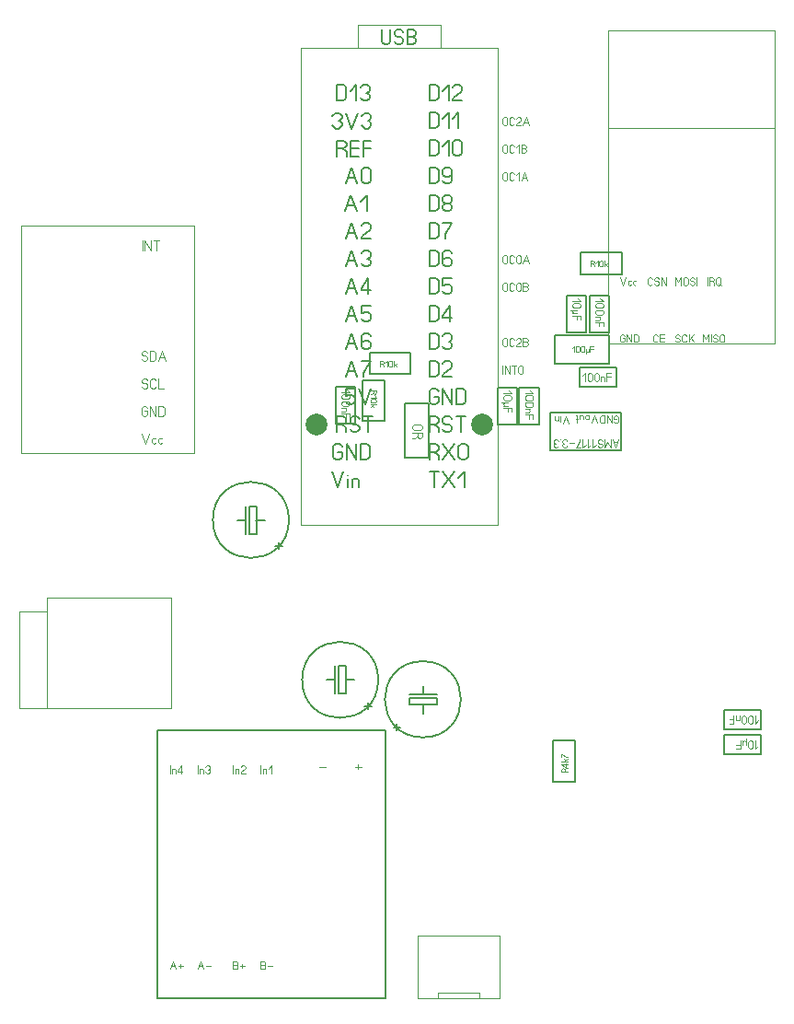
<source format=gbr>
%FSLAX34Y34*%
%MOMM*%
%LNCOPPER_BOTTOM*%
G71*
G01*
%ADD10C, 0.10*%
%ADD11C, 0.17*%
%ADD12C, 2.00*%
%ADD13C, 0.18*%
%ADD14C, 0.15*%
%ADD15C, 0.09*%
%ADD16C, 0.07*%
%ADD17C, 0.20*%
%ADD18C, 0.11*%
%LPD*%
G54D10*
X445488Y535816D02*
X445488Y973966D01*
G54D10*
X445488Y973966D02*
X264512Y973966D01*
G54D10*
X264512Y973966D02*
X264512Y535816D01*
G54D10*
X264512Y535816D02*
X445488Y535816D01*
G54D10*
X393100Y995000D02*
X316900Y995000D01*
G54D10*
X316900Y995000D02*
X316900Y973966D01*
G54D10*
X393100Y995000D02*
X393100Y973966D01*
G54D11*
X338684Y991108D02*
X338684Y980275D01*
X339684Y978608D01*
X341684Y977775D01*
X343684Y977775D01*
X345684Y978608D01*
X346684Y980275D01*
X346684Y991108D01*
G54D11*
X350351Y980275D02*
X351351Y978608D01*
X353351Y977775D01*
X355351Y977775D01*
X357351Y978608D01*
X358351Y980275D01*
X358351Y981942D01*
X357351Y983608D01*
X355351Y984442D01*
X353351Y984442D01*
X351351Y985275D01*
X350351Y986942D01*
X350351Y988608D01*
X351351Y990275D01*
X353351Y991108D01*
X355351Y991108D01*
X357351Y990275D01*
X358351Y988608D01*
G54D11*
X362018Y977775D02*
X362018Y991108D01*
X367018Y991108D01*
X369018Y990275D01*
X370018Y988608D01*
X370018Y986942D01*
X369018Y985275D01*
X367018Y984442D01*
X369018Y983608D01*
X370018Y981942D01*
X370018Y980275D01*
X369018Y978608D01*
X367018Y977775D01*
X362018Y977775D01*
G54D11*
X362018Y984442D02*
X367018Y984442D01*
X431200Y627891D02*
G54D12*
D03*
X278800Y627891D02*
G54D12*
D03*
G54D13*
X297500Y925737D02*
X297500Y939960D01*
X302834Y939960D01*
X304967Y939071D01*
X306034Y937293D01*
X306034Y928404D01*
X304967Y926626D01*
X302834Y925737D01*
X297500Y925737D01*
G54D13*
X309944Y934626D02*
X315278Y939960D01*
X315278Y925737D01*
G54D13*
X319188Y937293D02*
X320255Y939071D01*
X322388Y939960D01*
X324522Y939960D01*
X326655Y939071D01*
X327722Y937293D01*
X327722Y935515D01*
X326655Y933737D01*
X324522Y932848D01*
X326655Y931960D01*
X327722Y930182D01*
X327722Y928404D01*
X326655Y926626D01*
X324522Y925737D01*
X322388Y925737D01*
X320255Y926626D01*
X319188Y928404D01*
G54D13*
X293418Y911496D02*
X294485Y913274D01*
X296618Y914163D01*
X298752Y914163D01*
X300885Y913274D01*
X301952Y911496D01*
X301952Y909718D01*
X300885Y907940D01*
X298752Y907052D01*
X300885Y906163D01*
X301952Y904385D01*
X301952Y902607D01*
X300885Y900829D01*
X298752Y899940D01*
X296618Y899940D01*
X294485Y900829D01*
X293418Y902607D01*
G54D13*
X305862Y914163D02*
X311196Y899940D01*
X316529Y914163D01*
G54D13*
X320440Y911496D02*
X321507Y913274D01*
X323640Y914163D01*
X325774Y914163D01*
X327907Y913274D01*
X328974Y911496D01*
X328974Y909718D01*
X327907Y907940D01*
X325774Y907052D01*
X327907Y906163D01*
X328974Y904385D01*
X328974Y902607D01*
X327907Y900829D01*
X325774Y899940D01*
X323640Y899940D01*
X321507Y900829D01*
X320440Y902607D01*
G54D13*
X301885Y881652D02*
X305085Y879874D01*
X306152Y878096D01*
X306152Y874540D01*
G54D13*
X297618Y874540D02*
X297618Y888763D01*
X302952Y888763D01*
X305085Y887874D01*
X306152Y886096D01*
X306152Y884318D01*
X305085Y882540D01*
X302952Y881652D01*
X297618Y881652D01*
G54D13*
X317529Y874540D02*
X310062Y874540D01*
X310062Y888763D01*
X317529Y888763D01*
G54D13*
X310062Y881652D02*
X317529Y881652D01*
G54D13*
X321440Y874540D02*
X321440Y888763D01*
X328907Y888763D01*
G54D13*
X321440Y881652D02*
X328907Y881652D01*
G54D13*
X305349Y849537D02*
X310682Y863760D01*
X316015Y849537D01*
G54D13*
X307482Y854871D02*
X313882Y854871D01*
G54D13*
X328460Y861093D02*
X328460Y852204D01*
X327393Y850426D01*
X325260Y849537D01*
X323127Y849537D01*
X320993Y850426D01*
X319927Y852204D01*
X319927Y861093D01*
X320993Y862871D01*
X323127Y863760D01*
X325260Y863760D01*
X327393Y862871D01*
X328460Y861093D01*
G54D13*
X304949Y824137D02*
X310282Y838360D01*
X315615Y824137D01*
G54D13*
X307082Y829471D02*
X313482Y829471D01*
G54D13*
X319527Y833026D02*
X324860Y838360D01*
X324860Y824137D01*
G54D13*
X305349Y798737D02*
X310682Y812960D01*
X316015Y798737D01*
G54D13*
X307482Y804071D02*
X313882Y804071D01*
G54D13*
X328460Y798737D02*
X319927Y798737D01*
X319927Y799626D01*
X320993Y801404D01*
X327393Y806737D01*
X328460Y808515D01*
X328460Y810293D01*
X327393Y812071D01*
X325260Y812960D01*
X323127Y812960D01*
X320993Y812071D01*
X319927Y810293D01*
G54D13*
X305349Y773337D02*
X310682Y787560D01*
X316015Y773337D01*
G54D13*
X307482Y778671D02*
X313882Y778671D01*
G54D13*
X319927Y784893D02*
X320993Y786671D01*
X323127Y787560D01*
X325260Y787560D01*
X327393Y786671D01*
X328460Y784893D01*
X328460Y783115D01*
X327393Y781337D01*
X325260Y780448D01*
X327393Y779560D01*
X328460Y777782D01*
X328460Y776004D01*
X327393Y774226D01*
X325260Y773337D01*
X323127Y773337D01*
X320993Y774226D01*
X319927Y776004D01*
G54D13*
X305334Y747938D02*
X310667Y762160D01*
X316000Y747938D01*
G54D13*
X307467Y753271D02*
X313867Y753271D01*
G54D13*
X326312Y747938D02*
X326312Y762160D01*
X319912Y753271D01*
X319912Y751493D01*
X328445Y751493D01*
G54D13*
X305349Y722537D02*
X310682Y736760D01*
X316015Y722537D01*
G54D13*
X307482Y727871D02*
X313882Y727871D01*
G54D13*
X328460Y736760D02*
X319927Y736760D01*
X319927Y730537D01*
X320993Y730537D01*
X323127Y731426D01*
X325260Y731426D01*
X327393Y730537D01*
X328460Y728760D01*
X328460Y725204D01*
X327393Y723426D01*
X325260Y722537D01*
X323127Y722537D01*
X320993Y723426D01*
X319927Y725204D01*
G54D13*
X305349Y697137D02*
X310682Y711360D01*
X316015Y697137D01*
G54D13*
X307482Y702471D02*
X313882Y702471D01*
G54D13*
X328460Y708693D02*
X327393Y710471D01*
X325260Y711360D01*
X323127Y711360D01*
X320993Y710471D01*
X319927Y708693D01*
X319927Y704248D01*
X319927Y703360D01*
X323127Y705137D01*
X325260Y705137D01*
X327393Y704248D01*
X328460Y702471D01*
X328460Y699804D01*
X327393Y698026D01*
X325260Y697137D01*
X323127Y697137D01*
X320993Y698026D01*
X319927Y699804D01*
X319927Y704248D01*
G54D13*
X305335Y671739D02*
X310668Y685961D01*
X316001Y671739D01*
G54D13*
X307468Y677072D02*
X313868Y677072D01*
G54D13*
X319913Y685961D02*
X328446Y685961D01*
X327379Y684183D01*
X325246Y681517D01*
X323113Y677961D01*
X322046Y675294D01*
X322046Y671739D01*
G54D13*
X313869Y660560D02*
X305336Y660560D01*
X305336Y654337D01*
X306402Y654337D01*
X308536Y655226D01*
X310669Y655226D01*
X312802Y654337D01*
X313869Y652560D01*
X313869Y649004D01*
X312802Y647226D01*
X310669Y646337D01*
X308536Y646337D01*
X306402Y647226D01*
X305336Y649004D01*
G54D13*
X317780Y660560D02*
X323113Y646337D01*
X328446Y660560D01*
G54D13*
X301358Y628048D02*
X304558Y626271D01*
X305625Y624493D01*
X305625Y620937D01*
G54D13*
X297092Y620937D02*
X297092Y635160D01*
X302425Y635160D01*
X304558Y634271D01*
X305625Y632493D01*
X305625Y630715D01*
X304558Y628937D01*
X302425Y628048D01*
X297092Y628048D01*
G54D13*
X309536Y623604D02*
X310602Y621826D01*
X312736Y620937D01*
X314869Y620937D01*
X317002Y621826D01*
X318069Y623604D01*
X318069Y625382D01*
X317002Y627160D01*
X314869Y628048D01*
X312736Y628048D01*
X310602Y628937D01*
X309536Y630715D01*
X309536Y632493D01*
X310602Y634271D01*
X312736Y635160D01*
X314869Y635160D01*
X317002Y634271D01*
X318069Y632493D01*
G54D13*
X326246Y620937D02*
X326246Y635160D01*
G54D13*
X321980Y635160D02*
X330513Y635160D01*
G54D13*
X298198Y602648D02*
X302465Y602648D01*
X302465Y598204D01*
X301398Y596426D01*
X299265Y595537D01*
X297132Y595537D01*
X294998Y596426D01*
X293932Y598204D01*
X293932Y607093D01*
X294998Y608871D01*
X297132Y609760D01*
X299265Y609760D01*
X301398Y608871D01*
X302465Y607093D01*
G54D13*
X306376Y595537D02*
X306376Y609760D01*
X314909Y595537D01*
X314909Y609760D01*
G54D13*
X318820Y595537D02*
X318820Y609760D01*
X324153Y609760D01*
X326286Y608871D01*
X327353Y607093D01*
X327353Y598204D01*
X326286Y596426D01*
X324153Y595537D01*
X318820Y595537D01*
G54D13*
X292871Y584360D02*
X298205Y570137D01*
X303538Y584360D01*
G54D13*
X307449Y570137D02*
X307449Y578137D01*
G54D13*
X307449Y580804D02*
X307449Y580804D01*
G54D13*
X311360Y570137D02*
X311360Y578137D01*
G54D13*
X311360Y576360D02*
X312427Y577604D01*
X314560Y578137D01*
X316694Y577604D01*
X317760Y576360D01*
X317760Y570137D01*
G54D13*
X382340Y925737D02*
X382340Y939960D01*
X387674Y939960D01*
X389807Y939071D01*
X390874Y937293D01*
X390874Y928404D01*
X389807Y926626D01*
X387674Y925737D01*
X382340Y925737D01*
G54D13*
X394784Y934626D02*
X400118Y939960D01*
X400118Y925737D01*
G54D13*
X412562Y925737D02*
X404028Y925737D01*
X404028Y926626D01*
X405095Y928404D01*
X411495Y933737D01*
X412562Y935515D01*
X412562Y937293D01*
X411495Y939071D01*
X409362Y939960D01*
X407228Y939960D01*
X405095Y939071D01*
X404028Y937293D01*
G54D13*
X382340Y900337D02*
X382340Y914560D01*
X387674Y914560D01*
X389807Y913671D01*
X390874Y911893D01*
X390874Y903004D01*
X389807Y901226D01*
X387674Y900337D01*
X382340Y900337D01*
G54D13*
X394784Y909226D02*
X400118Y914560D01*
X400118Y900337D01*
G54D13*
X404028Y909226D02*
X409362Y914560D01*
X409362Y900337D01*
G54D13*
X382340Y874937D02*
X382340Y889160D01*
X387674Y889160D01*
X389807Y888271D01*
X390874Y886493D01*
X390874Y877604D01*
X389807Y875826D01*
X387674Y874937D01*
X382340Y874937D01*
G54D13*
X394784Y883826D02*
X400118Y889160D01*
X400118Y874937D01*
G54D13*
X412562Y886493D02*
X412562Y877604D01*
X411495Y875826D01*
X409362Y874937D01*
X407228Y874937D01*
X405095Y875826D01*
X404028Y877604D01*
X404028Y886493D01*
X405095Y888271D01*
X407228Y889160D01*
X409362Y889160D01*
X411495Y888271D01*
X412562Y886493D01*
G54D13*
X382340Y849537D02*
X382340Y863760D01*
X387674Y863760D01*
X389807Y862871D01*
X390874Y861093D01*
X390874Y852204D01*
X389807Y850426D01*
X387674Y849537D01*
X382340Y849537D01*
G54D13*
X394784Y852204D02*
X395851Y850426D01*
X397984Y849537D01*
X400118Y849537D01*
X402251Y850426D01*
X403318Y852204D01*
X403318Y856648D01*
X403318Y857537D01*
X400118Y855760D01*
X397984Y855760D01*
X395851Y856648D01*
X394784Y858426D01*
X394784Y861093D01*
X395851Y862871D01*
X397984Y863760D01*
X400118Y863760D01*
X402251Y862871D01*
X403318Y861093D01*
X403318Y856648D01*
G54D13*
X382340Y824137D02*
X382340Y838360D01*
X387674Y838360D01*
X389807Y837471D01*
X390874Y835693D01*
X390874Y826804D01*
X389807Y825026D01*
X387674Y824137D01*
X382340Y824137D01*
G54D13*
X400118Y831248D02*
X397984Y831248D01*
X395851Y832137D01*
X394784Y833915D01*
X394784Y835693D01*
X395851Y837471D01*
X397984Y838360D01*
X400118Y838360D01*
X402251Y837471D01*
X403318Y835693D01*
X403318Y833915D01*
X402251Y832137D01*
X400118Y831248D01*
X402251Y830360D01*
X403318Y828582D01*
X403318Y826804D01*
X402251Y825026D01*
X400118Y824137D01*
X397984Y824137D01*
X395851Y825026D01*
X394784Y826804D01*
X394784Y828582D01*
X395851Y830360D01*
X397984Y831248D01*
G54D13*
X382340Y798737D02*
X382340Y812960D01*
X387674Y812960D01*
X389807Y812071D01*
X390874Y810293D01*
X390874Y801404D01*
X389807Y799626D01*
X387674Y798737D01*
X382340Y798737D01*
G54D13*
X394784Y812960D02*
X403318Y812960D01*
X402251Y811182D01*
X400118Y808515D01*
X397984Y804960D01*
X396918Y802293D01*
X396918Y798737D01*
G54D13*
X382340Y773337D02*
X382340Y787560D01*
X387674Y787560D01*
X389807Y786671D01*
X390874Y784893D01*
X390874Y776004D01*
X389807Y774226D01*
X387674Y773337D01*
X382340Y773337D01*
G54D13*
X403318Y784893D02*
X402251Y786671D01*
X400118Y787560D01*
X397984Y787560D01*
X395851Y786671D01*
X394784Y784893D01*
X394784Y780448D01*
X394784Y779560D01*
X397984Y781337D01*
X400118Y781337D01*
X402251Y780448D01*
X403318Y778671D01*
X403318Y776004D01*
X402251Y774226D01*
X400118Y773337D01*
X397984Y773337D01*
X395851Y774226D01*
X394784Y776004D01*
X394784Y780448D01*
G54D13*
X382340Y747937D02*
X382340Y762160D01*
X387674Y762160D01*
X389807Y761271D01*
X390874Y759493D01*
X390874Y750604D01*
X389807Y748826D01*
X387674Y747937D01*
X382340Y747937D01*
G54D13*
X403318Y762160D02*
X394784Y762160D01*
X394784Y755937D01*
X395851Y755937D01*
X397984Y756826D01*
X400118Y756826D01*
X402251Y755937D01*
X403318Y754160D01*
X403318Y750604D01*
X402251Y748826D01*
X400118Y747937D01*
X397984Y747937D01*
X395851Y748826D01*
X394784Y750604D01*
G54D13*
X382340Y722537D02*
X382340Y736760D01*
X387674Y736760D01*
X389807Y735871D01*
X390874Y734093D01*
X390874Y725204D01*
X389807Y723426D01*
X387674Y722537D01*
X382340Y722537D01*
G54D13*
X401184Y722537D02*
X401184Y736760D01*
X394784Y727871D01*
X394784Y726093D01*
X403318Y726093D01*
G54D13*
X382340Y697137D02*
X382340Y711360D01*
X387674Y711360D01*
X389807Y710471D01*
X390874Y708693D01*
X390874Y699804D01*
X389807Y698026D01*
X387674Y697137D01*
X382340Y697137D01*
G54D13*
X394784Y708693D02*
X395851Y710471D01*
X397984Y711360D01*
X400118Y711360D01*
X402251Y710471D01*
X403318Y708693D01*
X403318Y706915D01*
X402251Y705137D01*
X400118Y704248D01*
X402251Y703360D01*
X403318Y701582D01*
X403318Y699804D01*
X402251Y698026D01*
X400118Y697137D01*
X397984Y697137D01*
X395851Y698026D01*
X394784Y699804D01*
G54D13*
X382340Y671737D02*
X382340Y685960D01*
X387674Y685960D01*
X389807Y685071D01*
X390874Y683293D01*
X390874Y674404D01*
X389807Y672626D01*
X387674Y671737D01*
X382340Y671737D01*
G54D13*
X403318Y671737D02*
X394784Y671737D01*
X394784Y672626D01*
X395851Y674404D01*
X402251Y679737D01*
X403318Y681515D01*
X403318Y683293D01*
X402251Y685071D01*
X400118Y685960D01*
X397984Y685960D01*
X395851Y685071D01*
X394784Y683293D01*
G54D13*
X386607Y653448D02*
X390874Y653448D01*
X390874Y649004D01*
X389807Y647226D01*
X387674Y646337D01*
X385540Y646337D01*
X383407Y647226D01*
X382340Y649004D01*
X382340Y657893D01*
X383407Y659671D01*
X385540Y660560D01*
X387674Y660560D01*
X389807Y659671D01*
X390874Y657893D01*
G54D13*
X394784Y646337D02*
X394784Y660560D01*
X403318Y646337D01*
X403318Y660560D01*
G54D13*
X407228Y646337D02*
X407228Y660560D01*
X412562Y660560D01*
X414695Y659671D01*
X415762Y657893D01*
X415762Y649004D01*
X414695Y647226D01*
X412562Y646337D01*
X407228Y646337D01*
G54D13*
X386607Y628048D02*
X389807Y626271D01*
X390874Y624493D01*
X390874Y620937D01*
G54D13*
X382340Y620937D02*
X382340Y635160D01*
X387674Y635160D01*
X389807Y634271D01*
X390874Y632493D01*
X390874Y630715D01*
X389807Y628937D01*
X387674Y628048D01*
X382340Y628048D01*
G54D13*
X394784Y623604D02*
X395851Y621826D01*
X397984Y620937D01*
X400118Y620937D01*
X402251Y621826D01*
X403318Y623604D01*
X403318Y625382D01*
X402251Y627160D01*
X400118Y628048D01*
X397984Y628048D01*
X395851Y628937D01*
X394784Y630715D01*
X394784Y632493D01*
X395851Y634271D01*
X397984Y635160D01*
X400118Y635160D01*
X402251Y634271D01*
X403318Y632493D01*
G54D13*
X411495Y620937D02*
X411495Y635160D01*
G54D13*
X407228Y635160D02*
X415762Y635160D01*
G54D13*
X386607Y602648D02*
X389807Y600871D01*
X390874Y599093D01*
X390874Y595537D01*
G54D13*
X382340Y595537D02*
X382340Y609760D01*
X387674Y609760D01*
X389807Y608871D01*
X390874Y607093D01*
X390874Y605315D01*
X389807Y603537D01*
X387674Y602648D01*
X382340Y602648D01*
G54D13*
X394784Y609760D02*
X405451Y595537D01*
G54D13*
X394784Y595537D02*
X405451Y609760D01*
G54D13*
X417896Y607093D02*
X417896Y598204D01*
X416829Y596426D01*
X414696Y595537D01*
X412562Y595537D01*
X410429Y596426D01*
X409362Y598204D01*
X409362Y607093D01*
X410429Y608871D01*
X412562Y609760D01*
X414696Y609760D01*
X416829Y608871D01*
X417896Y607093D01*
G54D13*
X386607Y570137D02*
X386607Y584360D01*
G54D13*
X382340Y584360D02*
X390874Y584360D01*
G54D13*
X394784Y584360D02*
X405451Y570137D01*
G54D13*
X394784Y570137D02*
X405451Y584360D01*
G54D13*
X409362Y579026D02*
X414696Y584360D01*
X414696Y570137D01*
G54D14*
X465200Y661791D02*
X483200Y661791D01*
X483200Y627791D01*
X465200Y627791D01*
X465200Y661791D01*
G54D15*
X475219Y659066D02*
X477886Y656399D01*
X470775Y656399D01*
G54D15*
X476553Y650176D02*
X472108Y650176D01*
X471219Y650709D01*
X470775Y651776D01*
X470775Y652843D01*
X471219Y653909D01*
X472108Y654443D01*
X476553Y654443D01*
X477442Y653909D01*
X477886Y652843D01*
X477886Y651776D01*
X477442Y650709D01*
X476553Y650176D01*
G54D15*
X476553Y643953D02*
X472108Y643953D01*
X471219Y644486D01*
X470775Y645553D01*
X470775Y646620D01*
X471219Y647686D01*
X472108Y648220D01*
X476553Y648220D01*
X477442Y647686D01*
X477886Y646620D01*
X477886Y645553D01*
X477442Y644486D01*
X476553Y643953D01*
G54D15*
X470775Y641997D02*
X474775Y641997D01*
G54D15*
X473886Y641997D02*
X474508Y641463D01*
X474775Y640397D01*
X474508Y639330D01*
X473886Y638797D01*
X470775Y638797D01*
G54D15*
X470775Y636841D02*
X477886Y636841D01*
X477886Y633107D01*
G54D15*
X474331Y636841D02*
X474331Y633107D01*
G54D14*
X508700Y746700D02*
X526700Y746700D01*
X526700Y712700D01*
X508700Y712700D01*
X508700Y746700D01*
G54D15*
X518719Y743975D02*
X521386Y741308D01*
X514275Y741308D01*
G54D15*
X520053Y735085D02*
X515608Y735085D01*
X514719Y735619D01*
X514275Y736685D01*
X514275Y737752D01*
X514719Y738819D01*
X515608Y739352D01*
X520053Y739352D01*
X520942Y738819D01*
X521386Y737752D01*
X521386Y736685D01*
X520942Y735619D01*
X520053Y735085D01*
G54D15*
X518275Y733129D02*
X512497Y733129D01*
G54D15*
X518275Y729929D02*
X514275Y729929D01*
G54D15*
X515164Y729929D02*
X514453Y730462D01*
X514275Y731529D01*
X514453Y732596D01*
X515164Y733129D01*
X518275Y733129D01*
G54D15*
X514275Y727973D02*
X521386Y727973D01*
X521386Y724240D01*
G54D15*
X517831Y727973D02*
X517831Y724240D01*
G54D10*
X371900Y157500D02*
X446900Y157500D01*
X446900Y100000D01*
G54D10*
X446900Y100000D02*
X371900Y100000D01*
X371900Y157500D01*
G54D10*
X409400Y100000D02*
X390650Y100000D01*
X390650Y105000D01*
X428150Y105000D01*
X428150Y100000D01*
G54D10*
X547000Y990000D02*
X700000Y990000D01*
X700000Y702000D01*
X547000Y702000D01*
X547000Y990000D01*
G54D10*
X547000Y900000D02*
X700000Y900000D01*
G54D15*
X560133Y707168D02*
X562267Y707168D01*
X562267Y704946D01*
X561733Y704057D01*
X560667Y703612D01*
X559600Y703612D01*
X558533Y704057D01*
X558000Y704946D01*
X558000Y709390D01*
X558533Y710279D01*
X559600Y710724D01*
X560667Y710724D01*
X561733Y710279D01*
X562267Y709390D01*
G54D15*
X564223Y703612D02*
X564223Y710724D01*
X568490Y703612D01*
X568490Y710724D01*
G54D15*
X570446Y703612D02*
X570446Y710724D01*
X573113Y710724D01*
X574179Y710279D01*
X574713Y709390D01*
X574713Y704946D01*
X574179Y704057D01*
X573113Y703612D01*
X570446Y703612D01*
G54D15*
X587667Y757333D02*
X587133Y756444D01*
X586067Y756000D01*
X585000Y756000D01*
X583933Y756444D01*
X583400Y757333D01*
X583400Y761778D01*
X583933Y762667D01*
X585000Y763111D01*
X586067Y763111D01*
X587133Y762667D01*
X587667Y761778D01*
G54D15*
X589623Y757333D02*
X590156Y756444D01*
X591223Y756000D01*
X592290Y756000D01*
X593356Y756444D01*
X593890Y757333D01*
X593890Y758222D01*
X593356Y759111D01*
X592290Y759556D01*
X591223Y759556D01*
X590156Y760000D01*
X589623Y760889D01*
X589623Y761778D01*
X590156Y762667D01*
X591223Y763111D01*
X592290Y763111D01*
X593356Y762667D01*
X593890Y761778D01*
G54D15*
X595846Y756000D02*
X595846Y763111D01*
X600113Y756000D01*
X600113Y763111D01*
G54D15*
X592667Y704946D02*
X592133Y704057D01*
X591067Y703612D01*
X590000Y703612D01*
X588933Y704057D01*
X588400Y704946D01*
X588400Y709390D01*
X588933Y710279D01*
X590000Y710724D01*
X591067Y710724D01*
X592133Y710279D01*
X592667Y709390D01*
G54D15*
X598356Y703612D02*
X594623Y703612D01*
X594623Y710724D01*
X598356Y710724D01*
G54D15*
X594623Y707168D02*
X598356Y707168D01*
G54D15*
X608800Y704946D02*
X609333Y704057D01*
X610400Y703612D01*
X611467Y703612D01*
X612533Y704057D01*
X613067Y704946D01*
X613067Y705835D01*
X612533Y706724D01*
X611467Y707168D01*
X610400Y707168D01*
X609333Y707612D01*
X608800Y708501D01*
X608800Y709390D01*
X609333Y710279D01*
X610400Y710724D01*
X611467Y710724D01*
X612533Y710279D01*
X613067Y709390D01*
G54D15*
X619290Y704946D02*
X618756Y704057D01*
X617690Y703612D01*
X616623Y703612D01*
X615556Y704057D01*
X615023Y704946D01*
X615023Y709390D01*
X615556Y710279D01*
X616623Y710724D01*
X617690Y710724D01*
X618756Y710279D01*
X619290Y709390D01*
G54D15*
X621246Y703612D02*
X621246Y710724D01*
G54D15*
X621246Y705835D02*
X625513Y710724D01*
G54D15*
X622846Y707168D02*
X625513Y703612D01*
G54D15*
X634200Y703612D02*
X634200Y710724D01*
X636867Y706279D01*
X639533Y710724D01*
X639533Y703612D01*
G54D15*
X641489Y703612D02*
X641489Y710724D01*
G54D15*
X643445Y704946D02*
X643978Y704057D01*
X645045Y703612D01*
X646112Y703612D01*
X647178Y704057D01*
X647712Y704946D01*
X647712Y705835D01*
X647178Y706724D01*
X646112Y707168D01*
X645045Y707168D01*
X643978Y707612D01*
X643445Y708501D01*
X643445Y709390D01*
X643978Y710279D01*
X645045Y710724D01*
X646112Y710724D01*
X647178Y710279D01*
X647712Y709390D01*
G54D15*
X653935Y709390D02*
X653935Y704946D01*
X653401Y704057D01*
X652335Y703612D01*
X651268Y703612D01*
X650201Y704057D01*
X649668Y704946D01*
X649668Y709390D01*
X650201Y710279D01*
X651268Y710724D01*
X652335Y710724D01*
X653401Y710279D01*
X653935Y709390D01*
G54D15*
X558000Y763111D02*
X560667Y756000D01*
X563333Y763111D01*
G54D15*
X567956Y759733D02*
X566889Y760000D01*
X565822Y759733D01*
X565289Y758844D01*
X565289Y757067D01*
X565822Y756178D01*
X566889Y756000D01*
X567956Y756178D01*
G54D15*
X572579Y759733D02*
X571512Y760000D01*
X570445Y759733D01*
X569912Y758844D01*
X569912Y757067D01*
X570445Y756178D01*
X571512Y756000D01*
X572579Y756178D01*
G54D15*
X608800Y756000D02*
X608800Y763111D01*
X611467Y758667D01*
X614133Y763111D01*
X614133Y756000D01*
G54D15*
X620356Y761778D02*
X620356Y757333D01*
X619822Y756444D01*
X618756Y756000D01*
X617689Y756000D01*
X616622Y756444D01*
X616089Y757333D01*
X616089Y761778D01*
X616622Y762667D01*
X617689Y763111D01*
X618756Y763111D01*
X619822Y762667D01*
X620356Y761778D01*
G54D15*
X622312Y757333D02*
X622845Y756444D01*
X623912Y756000D01*
X624979Y756000D01*
X626045Y756444D01*
X626579Y757333D01*
X626579Y758222D01*
X626045Y759111D01*
X624979Y759556D01*
X623912Y759556D01*
X622845Y760000D01*
X622312Y760889D01*
X622312Y761778D01*
X622845Y762667D01*
X623912Y763111D01*
X624979Y763111D01*
X626045Y762667D01*
X626579Y761778D01*
G54D15*
X628535Y756000D02*
X628535Y763111D01*
G54D15*
X638200Y756000D02*
X638200Y763111D01*
G54D15*
X642289Y759556D02*
X643889Y758667D01*
X644423Y757778D01*
X644423Y756000D01*
G54D15*
X640156Y756000D02*
X640156Y763111D01*
X642823Y763111D01*
X643889Y762667D01*
X644423Y761778D01*
X644423Y760889D01*
X643889Y760000D01*
X642823Y759556D01*
X640156Y759556D01*
G54D15*
X648512Y757333D02*
X651179Y756000D01*
G54D15*
X650646Y761778D02*
X650646Y757333D01*
X650112Y756444D01*
X649046Y756000D01*
X647979Y756000D01*
X646912Y756444D01*
X646379Y757333D01*
X646379Y761778D01*
X646912Y762667D01*
X647979Y763111D01*
X649046Y763111D01*
X650112Y762667D01*
X650646Y761778D01*
G54D15*
X454267Y705778D02*
X454267Y701333D01*
X453733Y700444D01*
X452667Y700000D01*
X451600Y700000D01*
X450533Y700444D01*
X450000Y701333D01*
X450000Y705778D01*
X450533Y706667D01*
X451600Y707111D01*
X452667Y707111D01*
X453733Y706667D01*
X454267Y705778D01*
G54D15*
X460490Y701333D02*
X459956Y700444D01*
X458890Y700000D01*
X457823Y700000D01*
X456756Y700444D01*
X456223Y701333D01*
X456223Y705778D01*
X456756Y706667D01*
X457823Y707111D01*
X458890Y707111D01*
X459956Y706667D01*
X460490Y705778D01*
G54D15*
X466713Y700000D02*
X462446Y700000D01*
X462446Y700444D01*
X462979Y701333D01*
X466179Y704000D01*
X466713Y704889D01*
X466713Y705778D01*
X466179Y706667D01*
X465113Y707111D01*
X464046Y707111D01*
X462979Y706667D01*
X462446Y705778D01*
G54D15*
X468669Y700000D02*
X468669Y707111D01*
X471336Y707111D01*
X472402Y706667D01*
X472936Y705778D01*
X472936Y704889D01*
X472402Y704000D01*
X471336Y703556D01*
X472402Y703111D01*
X472936Y702222D01*
X472936Y701333D01*
X472402Y700444D01*
X471336Y700000D01*
X468669Y700000D01*
G54D15*
X468669Y703556D02*
X471336Y703556D01*
G54D15*
X454267Y756578D02*
X454267Y752133D01*
X453733Y751244D01*
X452667Y750800D01*
X451600Y750800D01*
X450533Y751244D01*
X450000Y752133D01*
X450000Y756578D01*
X450533Y757467D01*
X451600Y757911D01*
X452667Y757911D01*
X453733Y757467D01*
X454267Y756578D01*
G54D15*
X460490Y752133D02*
X459956Y751244D01*
X458890Y750800D01*
X457823Y750800D01*
X456756Y751244D01*
X456223Y752133D01*
X456223Y756578D01*
X456756Y757467D01*
X457823Y757911D01*
X458890Y757911D01*
X459956Y757467D01*
X460490Y756578D01*
G54D15*
X466713Y756578D02*
X466713Y752133D01*
X466179Y751244D01*
X465113Y750800D01*
X464046Y750800D01*
X462979Y751244D01*
X462446Y752133D01*
X462446Y756578D01*
X462979Y757467D01*
X464046Y757911D01*
X465113Y757911D01*
X466179Y757467D01*
X466713Y756578D01*
G54D15*
X468669Y750800D02*
X468669Y757911D01*
X471336Y757911D01*
X472402Y757467D01*
X472936Y756578D01*
X472936Y755689D01*
X472402Y754800D01*
X471336Y754356D01*
X472402Y753911D01*
X472936Y753022D01*
X472936Y752133D01*
X472402Y751244D01*
X471336Y750800D01*
X468669Y750800D01*
G54D15*
X468669Y754356D02*
X471336Y754356D01*
G54D15*
X454267Y781978D02*
X454267Y777533D01*
X453733Y776644D01*
X452667Y776200D01*
X451600Y776200D01*
X450533Y776644D01*
X450000Y777533D01*
X450000Y781978D01*
X450533Y782867D01*
X451600Y783311D01*
X452667Y783311D01*
X453733Y782867D01*
X454267Y781978D01*
G54D15*
X460490Y777533D02*
X459956Y776644D01*
X458890Y776200D01*
X457823Y776200D01*
X456756Y776644D01*
X456223Y777533D01*
X456223Y781978D01*
X456756Y782867D01*
X457823Y783311D01*
X458890Y783311D01*
X459956Y782867D01*
X460490Y781978D01*
G54D15*
X466713Y781978D02*
X466713Y777533D01*
X466179Y776644D01*
X465113Y776200D01*
X464046Y776200D01*
X462979Y776644D01*
X462446Y777533D01*
X462446Y781978D01*
X462979Y782867D01*
X464046Y783311D01*
X465113Y783311D01*
X466179Y782867D01*
X466713Y781978D01*
G54D15*
X468669Y776200D02*
X471336Y783311D01*
X474002Y776200D01*
G54D15*
X469736Y778867D02*
X472936Y778867D01*
G54D15*
X454267Y858178D02*
X454267Y853733D01*
X453733Y852844D01*
X452667Y852400D01*
X451600Y852400D01*
X450533Y852844D01*
X450000Y853733D01*
X450000Y858178D01*
X450533Y859067D01*
X451600Y859511D01*
X452667Y859511D01*
X453733Y859067D01*
X454267Y858178D01*
G54D15*
X460490Y853733D02*
X459956Y852844D01*
X458890Y852400D01*
X457823Y852400D01*
X456756Y852844D01*
X456223Y853733D01*
X456223Y858178D01*
X456756Y859067D01*
X457823Y859511D01*
X458890Y859511D01*
X459956Y859067D01*
X460490Y858178D01*
G54D15*
X462446Y856844D02*
X465113Y859511D01*
X465113Y852400D01*
G54D15*
X467069Y852400D02*
X469736Y859511D01*
X472402Y852400D01*
G54D15*
X468136Y855067D02*
X471336Y855067D01*
G54D15*
X454267Y883578D02*
X454267Y879133D01*
X453733Y878244D01*
X452667Y877800D01*
X451600Y877800D01*
X450533Y878244D01*
X450000Y879133D01*
X450000Y883578D01*
X450533Y884467D01*
X451600Y884911D01*
X452667Y884911D01*
X453733Y884467D01*
X454267Y883578D01*
G54D15*
X460490Y879133D02*
X459956Y878244D01*
X458890Y877800D01*
X457823Y877800D01*
X456756Y878244D01*
X456223Y879133D01*
X456223Y883578D01*
X456756Y884467D01*
X457823Y884911D01*
X458890Y884911D01*
X459956Y884467D01*
X460490Y883578D01*
G54D15*
X462446Y882244D02*
X465113Y884911D01*
X465113Y877800D01*
G54D15*
X467069Y877800D02*
X467069Y884911D01*
X469736Y884911D01*
X470802Y884467D01*
X471336Y883578D01*
X471336Y882689D01*
X470802Y881800D01*
X469736Y881356D01*
X470802Y880911D01*
X471336Y880022D01*
X471336Y879133D01*
X470802Y878244D01*
X469736Y877800D01*
X467069Y877800D01*
G54D15*
X467069Y881356D02*
X469736Y881356D01*
G54D15*
X454267Y908978D02*
X454267Y904533D01*
X453733Y903644D01*
X452667Y903200D01*
X451600Y903200D01*
X450533Y903644D01*
X450000Y904533D01*
X450000Y908978D01*
X450533Y909867D01*
X451600Y910311D01*
X452667Y910311D01*
X453733Y909867D01*
X454267Y908978D01*
G54D15*
X460490Y904533D02*
X459956Y903644D01*
X458890Y903200D01*
X457823Y903200D01*
X456756Y903644D01*
X456223Y904533D01*
X456223Y908978D01*
X456756Y909867D01*
X457823Y910311D01*
X458890Y910311D01*
X459956Y909867D01*
X460490Y908978D01*
G54D15*
X466713Y903200D02*
X462446Y903200D01*
X462446Y903644D01*
X462979Y904533D01*
X466179Y907200D01*
X466713Y908089D01*
X466713Y908978D01*
X466179Y909867D01*
X465113Y910311D01*
X464046Y910311D01*
X462979Y909867D01*
X462446Y908978D01*
G54D15*
X468669Y903200D02*
X471336Y910311D01*
X474002Y903200D01*
G54D15*
X469736Y905867D02*
X472936Y905867D01*
G54D14*
X529700Y746700D02*
X547700Y746700D01*
X547700Y712700D01*
X529700Y712700D01*
X529700Y746700D01*
G54D15*
X539719Y743975D02*
X542386Y741308D01*
X535275Y741308D01*
G54D15*
X541053Y735085D02*
X536608Y735085D01*
X535719Y735619D01*
X535275Y736685D01*
X535275Y737752D01*
X535719Y738819D01*
X536608Y739352D01*
X541053Y739352D01*
X541942Y738819D01*
X542386Y737752D01*
X542386Y736685D01*
X541942Y735619D01*
X541053Y735085D01*
G54D15*
X541053Y728862D02*
X536608Y728862D01*
X535719Y729396D01*
X535275Y730462D01*
X535275Y731529D01*
X535719Y732596D01*
X536608Y733129D01*
X541053Y733129D01*
X541942Y732596D01*
X542386Y731529D01*
X542386Y730462D01*
X541942Y729396D01*
X541053Y728862D01*
G54D15*
X535275Y726906D02*
X539275Y726906D01*
G54D15*
X538386Y726906D02*
X539008Y726373D01*
X539275Y725306D01*
X539008Y724239D01*
X538386Y723706D01*
X535275Y723706D01*
G54D15*
X535275Y721750D02*
X542386Y721750D01*
X542386Y718017D01*
G54D15*
X538831Y721750D02*
X538831Y718017D01*
G54D14*
X497700Y683700D02*
X497700Y709700D01*
X547700Y709700D01*
X547700Y683700D01*
X497700Y683700D01*
G54D16*
X513732Y697834D02*
X515732Y699834D01*
X515732Y694500D01*
G54D16*
X520399Y698834D02*
X520399Y695500D01*
X519999Y694834D01*
X519199Y694500D01*
X518399Y694500D01*
X517599Y694834D01*
X517199Y695500D01*
X517199Y698834D01*
X517599Y699500D01*
X518399Y699834D01*
X519199Y699834D01*
X519999Y699500D01*
X520399Y698834D01*
G54D16*
X525066Y698834D02*
X525066Y695500D01*
X524666Y694834D01*
X523866Y694500D01*
X523066Y694500D01*
X522266Y694834D01*
X521866Y695500D01*
X521866Y698834D01*
X522266Y699500D01*
X523066Y699834D01*
X523866Y699834D01*
X524666Y699500D01*
X525066Y698834D01*
G54D16*
X526533Y697500D02*
X526533Y693167D01*
G54D16*
X528933Y697500D02*
X528933Y694500D01*
G54D16*
X528933Y695167D02*
X528533Y694634D01*
X527733Y694500D01*
X526933Y694634D01*
X526533Y695167D01*
X526533Y697500D01*
G54D16*
X530400Y694500D02*
X530400Y699834D01*
X533200Y699834D01*
G54D16*
X530400Y697167D02*
X533200Y697167D01*
G54D15*
X450000Y674600D02*
X450000Y681711D01*
G54D15*
X451956Y674600D02*
X451956Y681711D01*
X456223Y674600D01*
X456223Y681711D01*
G54D15*
X460312Y674600D02*
X460312Y681711D01*
G54D15*
X458179Y681711D02*
X462446Y681711D01*
G54D15*
X468669Y680378D02*
X468669Y675933D01*
X468135Y675044D01*
X467069Y674600D01*
X466002Y674600D01*
X464935Y675044D01*
X464402Y675933D01*
X464402Y680378D01*
X464935Y681267D01*
X466002Y681711D01*
X467069Y681711D01*
X468135Y681267D01*
X468669Y680378D01*
G54D14*
X558700Y603791D02*
X558700Y638791D01*
X493700Y638791D01*
X493700Y603791D01*
X558700Y603791D01*
G54D15*
X510489Y628305D02*
X507822Y635416D01*
X505155Y628305D01*
G54D15*
X503200Y635416D02*
X503200Y631416D01*
G54D15*
X503200Y630083D02*
X503200Y630083D01*
G54D15*
X501244Y635416D02*
X501244Y631416D01*
G54D15*
X501244Y632305D02*
X500710Y631683D01*
X499644Y631416D01*
X498577Y631683D01*
X498044Y632305D01*
X498044Y635416D01*
G54D15*
X536689Y629372D02*
X534022Y636483D01*
X531355Y629372D01*
G54D15*
X526200Y635416D02*
X526200Y633638D01*
X526733Y632749D01*
X527800Y632483D01*
X528866Y632749D01*
X529400Y633638D01*
X529400Y635416D01*
X528866Y636305D01*
X527800Y636483D01*
X526733Y636305D01*
X526200Y635416D01*
G54D15*
X521044Y632483D02*
X521044Y636483D01*
G54D15*
X521044Y635594D02*
X521577Y636305D01*
X522644Y636483D01*
X523710Y636305D01*
X524244Y635594D01*
X524244Y632483D01*
G54D15*
X518021Y629372D02*
X518021Y636038D01*
X517488Y636483D01*
X516954Y636305D01*
G54D15*
X519088Y632483D02*
X516954Y632483D01*
G54D15*
X554273Y632629D02*
X552139Y632629D01*
X552139Y634851D01*
X552673Y635740D01*
X553739Y636185D01*
X554806Y636185D01*
X555873Y635740D01*
X556406Y634851D01*
X556406Y630407D01*
X555873Y629518D01*
X554806Y629074D01*
X553739Y629074D01*
X552673Y629518D01*
X552139Y630407D01*
G54D15*
X550183Y636185D02*
X550183Y629074D01*
X545916Y636185D01*
X545916Y629074D01*
G54D15*
X543960Y636185D02*
X543960Y629074D01*
X541293Y629074D01*
X540227Y629518D01*
X539693Y630407D01*
X539693Y634851D01*
X540227Y635740D01*
X541293Y636185D01*
X543960Y636185D01*
G54D15*
X556406Y613960D02*
X553739Y606849D01*
X551073Y613960D01*
G54D15*
X555339Y611293D02*
X552139Y611293D01*
G54D15*
X549117Y613960D02*
X549117Y606849D01*
X546450Y611293D01*
X543784Y606849D01*
X543784Y613960D01*
G54D15*
X541828Y612626D02*
X541295Y613515D01*
X540228Y613960D01*
X539161Y613960D01*
X538095Y613515D01*
X537561Y612626D01*
X537561Y611738D01*
X538095Y610849D01*
X539161Y610404D01*
X540228Y610404D01*
X541295Y609960D01*
X541828Y609071D01*
X541828Y608182D01*
X541295Y607293D01*
X540228Y606849D01*
X539161Y606849D01*
X538095Y607293D01*
X537561Y608182D01*
G54D15*
X535605Y609515D02*
X532938Y606849D01*
X532938Y613960D01*
G54D15*
X530982Y609515D02*
X528315Y606849D01*
X528315Y613960D01*
G54D15*
X526359Y609515D02*
X523692Y606849D01*
X523692Y613960D01*
G54D15*
X521736Y606849D02*
X517469Y606849D01*
X518003Y607738D01*
X519069Y609071D01*
X520136Y610849D01*
X520669Y612182D01*
X520669Y613960D01*
G54D15*
X515513Y610849D02*
X511246Y610849D01*
G54D15*
X509290Y608182D02*
X508757Y607293D01*
X507690Y606849D01*
X506623Y606849D01*
X505557Y607293D01*
X505023Y608182D01*
X505023Y609071D01*
X505557Y609960D01*
X506623Y610404D01*
X505557Y610849D01*
X505023Y611738D01*
X505023Y612626D01*
X505557Y613515D01*
X506623Y613960D01*
X507690Y613960D01*
X508757Y613515D01*
X509290Y612626D01*
G54D15*
X503067Y613960D02*
X503067Y613960D01*
G54D15*
X501111Y608182D02*
X500578Y607293D01*
X499511Y606849D01*
X498444Y606849D01*
X497378Y607293D01*
X496844Y608182D01*
X496844Y609071D01*
X497378Y609960D01*
X498444Y610404D01*
X497378Y610849D01*
X496844Y611738D01*
X496844Y612626D01*
X497378Y613515D01*
X498444Y613960D01*
X499511Y613960D01*
X500578Y613515D01*
X501111Y612626D01*
G54D14*
X520700Y662291D02*
X520700Y680291D01*
X554700Y680291D01*
X554700Y662291D01*
X520700Y662291D01*
G54D15*
X523425Y672310D02*
X526091Y674977D01*
X526091Y667866D01*
G54D15*
X532314Y673644D02*
X532314Y669199D01*
X531781Y668310D01*
X530714Y667866D01*
X529648Y667866D01*
X528581Y668310D01*
X528048Y669199D01*
X528048Y673644D01*
X528581Y674533D01*
X529648Y674977D01*
X530714Y674977D01*
X531781Y674533D01*
X532314Y673644D01*
G54D15*
X538537Y673644D02*
X538537Y669199D01*
X538004Y668310D01*
X536937Y667866D01*
X535871Y667866D01*
X534804Y668310D01*
X534271Y669199D01*
X534271Y673644D01*
X534804Y674533D01*
X535871Y674977D01*
X536937Y674977D01*
X538004Y674533D01*
X538537Y673644D01*
G54D15*
X540494Y667866D02*
X540494Y671866D01*
G54D15*
X540494Y670977D02*
X541027Y671599D01*
X542094Y671866D01*
X543160Y671599D01*
X543694Y670977D01*
X543694Y667866D01*
G54D15*
X545650Y667866D02*
X545650Y674977D01*
X549383Y674977D01*
G54D15*
X545650Y671422D02*
X549383Y671422D01*
G54D14*
X445200Y661791D02*
X463200Y661791D01*
X463200Y627791D01*
X445200Y627791D01*
X445200Y661791D01*
G54D15*
X455219Y659066D02*
X457886Y656399D01*
X450775Y656399D01*
G54D15*
X456553Y650176D02*
X452108Y650176D01*
X451219Y650709D01*
X450775Y651776D01*
X450775Y652843D01*
X451219Y653909D01*
X452108Y654443D01*
X456553Y654443D01*
X457442Y653909D01*
X457886Y652843D01*
X457886Y651776D01*
X457442Y650709D01*
X456553Y650176D01*
G54D15*
X454775Y648220D02*
X448997Y648220D01*
G54D15*
X454775Y645020D02*
X450775Y645020D01*
G54D15*
X451664Y645020D02*
X450953Y645553D01*
X450775Y646620D01*
X450953Y647686D01*
X451664Y648220D01*
X454775Y648220D01*
G54D15*
X450775Y643064D02*
X457886Y643064D01*
X457886Y639330D01*
G54D15*
X454331Y643064D02*
X454331Y639330D01*
G54D17*
X131900Y347000D02*
X341900Y347000D01*
X341900Y100000D01*
X131900Y100000D01*
X131900Y347000D01*
G54D15*
X143900Y127000D02*
X146567Y134111D01*
X149233Y127000D01*
G54D15*
X144967Y129667D02*
X148167Y129667D01*
G54D15*
X151189Y130111D02*
X155456Y130111D01*
G54D15*
X153322Y131889D02*
X153322Y128333D01*
G54D15*
X169300Y127000D02*
X171967Y134111D01*
X174633Y127000D01*
G54D15*
X170367Y129667D02*
X173567Y129667D01*
G54D15*
X176589Y130111D02*
X180856Y130111D01*
G54D15*
X201900Y127000D02*
X201900Y134111D01*
X204567Y134111D01*
X205633Y133667D01*
X206167Y132778D01*
X206167Y131889D01*
X205633Y131000D01*
X204567Y130556D01*
X205633Y130111D01*
X206167Y129222D01*
X206167Y128333D01*
X205633Y127444D01*
X204567Y127000D01*
X201900Y127000D01*
G54D15*
X201900Y130556D02*
X204567Y130556D01*
G54D15*
X208123Y130111D02*
X212390Y130111D01*
G54D15*
X210256Y131889D02*
X210256Y128333D01*
G54D15*
X227300Y127000D02*
X227300Y134111D01*
X229967Y134111D01*
X231033Y133667D01*
X231567Y132778D01*
X231567Y131889D01*
X231033Y131000D01*
X229967Y130556D01*
X231033Y130111D01*
X231567Y129222D01*
X231567Y128333D01*
X231033Y127444D01*
X229967Y127000D01*
X227300Y127000D01*
G54D15*
X227300Y130556D02*
X229967Y130556D01*
G54D15*
X233523Y130111D02*
X237790Y130111D01*
G54D15*
X143900Y307000D02*
X143900Y314111D01*
G54D15*
X145856Y307000D02*
X145856Y311000D01*
G54D15*
X145856Y310111D02*
X146389Y310733D01*
X147456Y311000D01*
X148523Y310733D01*
X149056Y310111D01*
X149056Y307000D01*
G54D15*
X154212Y307000D02*
X154212Y314111D01*
X151012Y309667D01*
X151012Y308778D01*
X155279Y308778D01*
G54D15*
X169300Y307000D02*
X169300Y314111D01*
G54D15*
X171256Y307000D02*
X171256Y311000D01*
G54D15*
X171256Y310111D02*
X171789Y310733D01*
X172856Y311000D01*
X173923Y310733D01*
X174456Y310111D01*
X174456Y307000D01*
G54D15*
X176412Y312778D02*
X176945Y313667D01*
X178012Y314111D01*
X179079Y314111D01*
X180145Y313667D01*
X180679Y312778D01*
X180679Y311889D01*
X180145Y311000D01*
X179079Y310556D01*
X180145Y310111D01*
X180679Y309222D01*
X180679Y308333D01*
X180145Y307444D01*
X179079Y307000D01*
X178012Y307000D01*
X176945Y307444D01*
X176412Y308333D01*
G54D15*
X201900Y307000D02*
X201900Y314111D01*
G54D15*
X203856Y307000D02*
X203856Y311000D01*
G54D15*
X203856Y310111D02*
X204389Y310733D01*
X205456Y311000D01*
X206523Y310733D01*
X207056Y310111D01*
X207056Y307000D01*
G54D15*
X213279Y307000D02*
X209012Y307000D01*
X209012Y307444D01*
X209545Y308333D01*
X212745Y311000D01*
X213279Y311889D01*
X213279Y312778D01*
X212745Y313667D01*
X211679Y314111D01*
X210612Y314111D01*
X209545Y313667D01*
X209012Y312778D01*
G54D15*
X227300Y307000D02*
X227300Y314111D01*
G54D15*
X229256Y307000D02*
X229256Y311000D01*
G54D15*
X229256Y310111D02*
X229789Y310733D01*
X230856Y311000D01*
X231923Y310733D01*
X232456Y310111D01*
X232456Y307000D01*
G54D15*
X234412Y311444D02*
X237079Y314111D01*
X237079Y307000D01*
G54D18*
X281367Y313111D02*
X286700Y313111D01*
G54D18*
X314367Y313111D02*
X319700Y313111D01*
G54D18*
X317034Y315333D02*
X317034Y310889D01*
G54D14*
X295817Y392999D02*
X287917Y392999D01*
G54D14*
X305317Y392999D02*
X313317Y392999D01*
G54D14*
X299117Y380299D02*
X299117Y405699D01*
X305417Y405699D01*
X305417Y380299D01*
X299117Y380299D01*
G54D14*
X326017Y372299D02*
X326017Y365999D01*
G54D14*
X322817Y369099D02*
X329217Y369099D01*
G54D14*
X295917Y405699D02*
X295917Y380299D01*
G54D14*
G75*
G01X335417Y392999D02*
G03X335417Y392999I-35000J0D01*
G01*
G54D14*
X376508Y379690D02*
X376508Y387590D01*
G54D14*
X376508Y370190D02*
X376508Y362190D01*
G54D14*
X363808Y376390D02*
X389208Y376390D01*
X389208Y370090D01*
X363808Y370090D01*
X363808Y376390D01*
G54D14*
X355808Y349490D02*
X349508Y349490D01*
G54D14*
X352608Y352690D02*
X352608Y346290D01*
G54D14*
X389208Y379590D02*
X363808Y379590D01*
G54D14*
G75*
G01X376508Y340090D02*
G03X376508Y340090I0J35000D01*
G01*
G54D10*
X6700Y810600D02*
X165700Y810600D01*
X165700Y601600D01*
X6700Y601600D01*
X6700Y810600D01*
G54D18*
X117928Y619200D02*
X121261Y610311D01*
X124594Y619200D01*
G54D18*
X130372Y614978D02*
X129038Y615311D01*
X127705Y614978D01*
X127038Y613867D01*
X127038Y611644D01*
X127705Y610533D01*
X129038Y610311D01*
X130372Y610533D01*
G54D18*
X136149Y614978D02*
X134816Y615311D01*
X133482Y614978D01*
X132816Y613867D01*
X132816Y611644D01*
X133482Y610533D01*
X134816Y610311D01*
X136149Y610533D01*
G54D18*
X120330Y640155D02*
X122996Y640155D01*
X122996Y637378D01*
X122330Y636267D01*
X120996Y635711D01*
X119663Y635711D01*
X118330Y636267D01*
X117663Y637378D01*
X117663Y642933D01*
X118330Y644044D01*
X119663Y644600D01*
X120996Y644600D01*
X122330Y644044D01*
X122996Y642933D01*
G54D18*
X125440Y635711D02*
X125440Y644600D01*
X130773Y635711D01*
X130773Y644600D01*
G54D18*
X133217Y635711D02*
X133217Y644600D01*
X136550Y644600D01*
X137884Y644044D01*
X138550Y642933D01*
X138550Y637378D01*
X137884Y636267D01*
X136550Y635711D01*
X133217Y635711D01*
G54D18*
X117737Y662778D02*
X118404Y661667D01*
X119737Y661111D01*
X121070Y661111D01*
X122404Y661667D01*
X123070Y662778D01*
X123070Y663889D01*
X122404Y665000D01*
X121070Y665555D01*
X119737Y665555D01*
X118404Y666111D01*
X117737Y667222D01*
X117737Y668333D01*
X118404Y669444D01*
X119737Y670000D01*
X121070Y670000D01*
X122404Y669444D01*
X123070Y668333D01*
G54D18*
X130847Y662778D02*
X130181Y661667D01*
X128847Y661111D01*
X127514Y661111D01*
X126181Y661667D01*
X125514Y662778D01*
X125514Y668333D01*
X126181Y669444D01*
X127514Y670000D01*
X128847Y670000D01*
X130181Y669444D01*
X130847Y668333D01*
G54D18*
X133291Y670000D02*
X133291Y661111D01*
X137958Y661111D01*
G54D18*
X117533Y688178D02*
X118200Y687067D01*
X119533Y686511D01*
X120866Y686511D01*
X122200Y687067D01*
X122866Y688178D01*
X122866Y689289D01*
X122200Y690400D01*
X120866Y690955D01*
X119533Y690955D01*
X118200Y691511D01*
X117533Y692622D01*
X117533Y693733D01*
X118200Y694844D01*
X119533Y695400D01*
X120866Y695400D01*
X122200Y694844D01*
X122866Y693733D01*
G54D18*
X125310Y686511D02*
X125310Y695400D01*
X128643Y695400D01*
X129977Y694844D01*
X130643Y693733D01*
X130643Y688178D01*
X129977Y687067D01*
X128643Y686511D01*
X125310Y686511D01*
G54D18*
X133087Y686511D02*
X136420Y695400D01*
X139754Y686511D01*
G54D18*
X134420Y689844D02*
X138420Y689844D01*
G54D18*
X118204Y788110D02*
X118204Y796999D01*
G54D18*
X120648Y788110D02*
X120648Y796999D01*
X125981Y788110D01*
X125981Y796999D01*
G54D18*
X131092Y788110D02*
X131092Y796999D01*
G54D18*
X128425Y796999D02*
X133758Y796999D01*
G54D14*
X213600Y540091D02*
X205700Y540091D01*
G54D14*
X223100Y540091D02*
X231100Y540091D01*
G54D14*
X216900Y527391D02*
X216900Y552791D01*
X223200Y552791D01*
X223200Y527391D01*
X216900Y527391D01*
G54D14*
X243800Y519391D02*
X243800Y513091D01*
G54D14*
X240600Y516191D02*
X247000Y516191D01*
G54D14*
X213700Y552791D02*
X213700Y527391D01*
G54D14*
G75*
G01X253200Y540091D02*
G03X253200Y540091I-35000J0D01*
G01*
G54D16*
X506833Y310099D02*
X507500Y311299D01*
X508167Y311699D01*
X509500Y311699D01*
G54D16*
X509500Y308499D02*
X504167Y308499D01*
X504167Y310499D01*
X504500Y311299D01*
X505167Y311699D01*
X505833Y311699D01*
X506500Y311299D01*
X506833Y310499D01*
X506833Y308499D01*
G54D16*
X509500Y315566D02*
X504167Y315566D01*
X507500Y313166D01*
X508167Y313166D01*
X508167Y316366D01*
G54D16*
X509500Y317833D02*
X504167Y317833D01*
G54D16*
X507500Y319033D02*
X509500Y320233D01*
G54D16*
X508167Y317833D02*
X506500Y320233D01*
G54D16*
X504167Y321700D02*
X504167Y324900D01*
X504833Y324500D01*
X505833Y323700D01*
X507167Y322900D01*
X508167Y322500D01*
X509500Y322500D01*
G54D14*
X516500Y299000D02*
X496500Y299000D01*
X496500Y337000D01*
X516500Y337000D01*
X516500Y299000D01*
G54D14*
X687500Y365600D02*
X687500Y347600D01*
X653500Y347600D01*
X653500Y365600D01*
X687500Y365600D01*
G54D15*
X684775Y355581D02*
X682108Y352914D01*
X682108Y360025D01*
G54D15*
X675885Y354247D02*
X675885Y358692D01*
X676419Y359581D01*
X677485Y360025D01*
X678552Y360025D01*
X679619Y359581D01*
X680152Y358692D01*
X680152Y354247D01*
X679619Y353358D01*
X678552Y352914D01*
X677485Y352914D01*
X676419Y353358D01*
X675885Y354247D01*
G54D15*
X669662Y354247D02*
X669662Y358692D01*
X670196Y359581D01*
X671262Y360025D01*
X672329Y360025D01*
X673396Y359581D01*
X673929Y358692D01*
X673929Y354247D01*
X673396Y353358D01*
X672329Y352914D01*
X671262Y352914D01*
X670196Y353358D01*
X669662Y354247D01*
G54D15*
X667706Y360025D02*
X667706Y356025D01*
G54D15*
X667706Y356914D02*
X667173Y356292D01*
X666106Y356025D01*
X665039Y356292D01*
X664506Y356914D01*
X664506Y360025D01*
G54D15*
X662550Y360025D02*
X662550Y352914D01*
X658817Y352914D01*
G54D15*
X662550Y356469D02*
X658817Y356469D01*
G54D14*
X687500Y342600D02*
X687500Y324600D01*
X653500Y324600D01*
X653500Y342600D01*
X687500Y342600D01*
G54D15*
X684775Y332581D02*
X682108Y329914D01*
X682108Y337025D01*
G54D15*
X675885Y331247D02*
X675885Y335692D01*
X676419Y336581D01*
X677485Y337025D01*
X678552Y337025D01*
X679619Y336581D01*
X680152Y335692D01*
X680152Y331247D01*
X679619Y330358D01*
X678552Y329914D01*
X677485Y329914D01*
X676419Y330358D01*
X675885Y331247D01*
G54D15*
X673929Y333025D02*
X673929Y338803D01*
G54D15*
X670729Y333025D02*
X670729Y337025D01*
G54D15*
X670729Y336136D02*
X671262Y336847D01*
X672329Y337025D01*
X673396Y336847D01*
X673929Y336136D01*
X673929Y333025D01*
G54D15*
X668773Y337025D02*
X668773Y329914D01*
X665040Y329914D01*
G54D15*
X668773Y333469D02*
X665040Y333469D01*
G54D10*
X144950Y468650D02*
X30650Y468650D01*
X30650Y367050D01*
X144950Y367050D01*
X144950Y468650D01*
G54D10*
X30650Y455950D02*
X5250Y455950D01*
X5250Y367050D01*
X30650Y367050D01*
G54D16*
X330867Y657692D02*
X330200Y656492D01*
X329533Y656092D01*
X328200Y656092D01*
G54D16*
X328200Y659292D02*
X333533Y659292D01*
X333533Y657292D01*
X333200Y656492D01*
X332533Y656092D01*
X331867Y656092D01*
X331200Y656492D01*
X330867Y657292D01*
X330867Y659292D01*
G54D16*
X331533Y654624D02*
X333533Y652624D01*
X328200Y652624D01*
G54D16*
X332533Y647958D02*
X329200Y647958D01*
X328533Y648358D01*
X328200Y649158D01*
X328200Y649958D01*
X328533Y650758D01*
X329200Y651158D01*
X332533Y651158D01*
X333200Y650758D01*
X333533Y649958D01*
X333533Y649158D01*
X333200Y648358D01*
X332533Y647958D01*
G54D16*
X328200Y646490D02*
X333533Y646490D01*
G54D16*
X330200Y645290D02*
X328200Y644090D01*
G54D16*
X329533Y646490D02*
X331200Y644090D01*
G54D14*
X321200Y668791D02*
X341200Y668791D01*
X341200Y630791D01*
X321200Y630791D01*
X321200Y668791D01*
G54D14*
X360000Y647000D02*
X382000Y647000D01*
X382000Y597000D01*
X360000Y597000D01*
X360000Y647000D01*
G54D18*
X374222Y622667D02*
X368667Y622667D01*
X367556Y623333D01*
X367000Y624667D01*
X367000Y626000D01*
X367556Y627333D01*
X368667Y628000D01*
X374222Y628000D01*
X375333Y627333D01*
X375889Y626000D01*
X375889Y624667D01*
X375333Y623333D01*
X374222Y622667D01*
G54D18*
X371445Y617556D02*
X370333Y615556D01*
X369222Y614890D01*
X367000Y614890D01*
G54D18*
X367000Y620223D02*
X375889Y620223D01*
X375889Y616890D01*
X375333Y615556D01*
X374222Y614890D01*
X373111Y614890D01*
X372000Y615556D01*
X371445Y616890D01*
X371445Y620223D01*
G54D16*
X338399Y683667D02*
X339599Y683000D01*
X339999Y682333D01*
X339999Y681000D01*
G54D16*
X336799Y681000D02*
X336799Y686333D01*
X338799Y686333D01*
X339599Y686000D01*
X339999Y685333D01*
X339999Y684667D01*
X339599Y684000D01*
X338799Y683667D01*
X336799Y683667D01*
G54D16*
X341466Y684333D02*
X343466Y686333D01*
X343466Y681000D01*
G54D16*
X348133Y685333D02*
X348133Y682000D01*
X347733Y681333D01*
X346933Y681000D01*
X346133Y681000D01*
X345333Y681333D01*
X344933Y682000D01*
X344933Y685333D01*
X345333Y686000D01*
X346133Y686333D01*
X346933Y686333D01*
X347733Y686000D01*
X348133Y685333D01*
G54D16*
X349600Y681000D02*
X349600Y686333D01*
G54D16*
X350800Y683000D02*
X352000Y681000D01*
G54D16*
X349600Y682333D02*
X352000Y684000D01*
G54D14*
X327300Y674000D02*
X327300Y694000D01*
X365300Y694000D01*
X365300Y674000D01*
X327300Y674000D01*
G54D14*
X296200Y662791D02*
X314200Y662791D01*
X314200Y628791D01*
X296200Y628791D01*
X296200Y662791D01*
G54D15*
X306219Y660066D02*
X308886Y657399D01*
X301775Y657399D01*
G54D15*
X307553Y651176D02*
X303108Y651176D01*
X302219Y651709D01*
X301775Y652776D01*
X301775Y653843D01*
X302219Y654909D01*
X303108Y655443D01*
X307553Y655443D01*
X308442Y654909D01*
X308886Y653843D01*
X308886Y652776D01*
X308442Y651709D01*
X307553Y651176D01*
G54D15*
X307553Y644953D02*
X303108Y644953D01*
X302219Y645486D01*
X301775Y646553D01*
X301775Y647620D01*
X302219Y648686D01*
X303108Y649220D01*
X307553Y649220D01*
X308442Y648686D01*
X308886Y647620D01*
X308886Y646553D01*
X308442Y645486D01*
X307553Y644953D01*
G54D15*
X301775Y642997D02*
X305775Y642997D01*
G54D15*
X304886Y642997D02*
X305508Y642463D01*
X305775Y641397D01*
X305508Y640330D01*
X304886Y639797D01*
X301775Y639797D01*
G54D15*
X301775Y637841D02*
X308886Y637841D01*
X308886Y634107D01*
G54D15*
X305331Y637841D02*
X305331Y634107D01*
G54D16*
X532399Y775667D02*
X533599Y775000D01*
X533999Y774333D01*
X533999Y773000D01*
G54D16*
X530799Y773000D02*
X530799Y778333D01*
X532799Y778333D01*
X533599Y778000D01*
X533999Y777333D01*
X533999Y776667D01*
X533599Y776000D01*
X532799Y775667D01*
X530799Y775667D01*
G54D16*
X535466Y776333D02*
X537466Y778333D01*
X537466Y773000D01*
G54D16*
X542133Y777333D02*
X542133Y774000D01*
X541733Y773333D01*
X540933Y773000D01*
X540133Y773000D01*
X539333Y773333D01*
X538933Y774000D01*
X538933Y777333D01*
X539333Y778000D01*
X540133Y778333D01*
X540933Y778333D01*
X541733Y778000D01*
X542133Y777333D01*
G54D16*
X543600Y773000D02*
X543600Y778333D01*
G54D16*
X544800Y775000D02*
X546000Y773000D01*
G54D16*
X543600Y774333D02*
X546000Y776000D01*
G54D14*
X521300Y766000D02*
X521300Y786000D01*
X559300Y786000D01*
X559300Y766000D01*
X521300Y766000D01*
M02*

</source>
